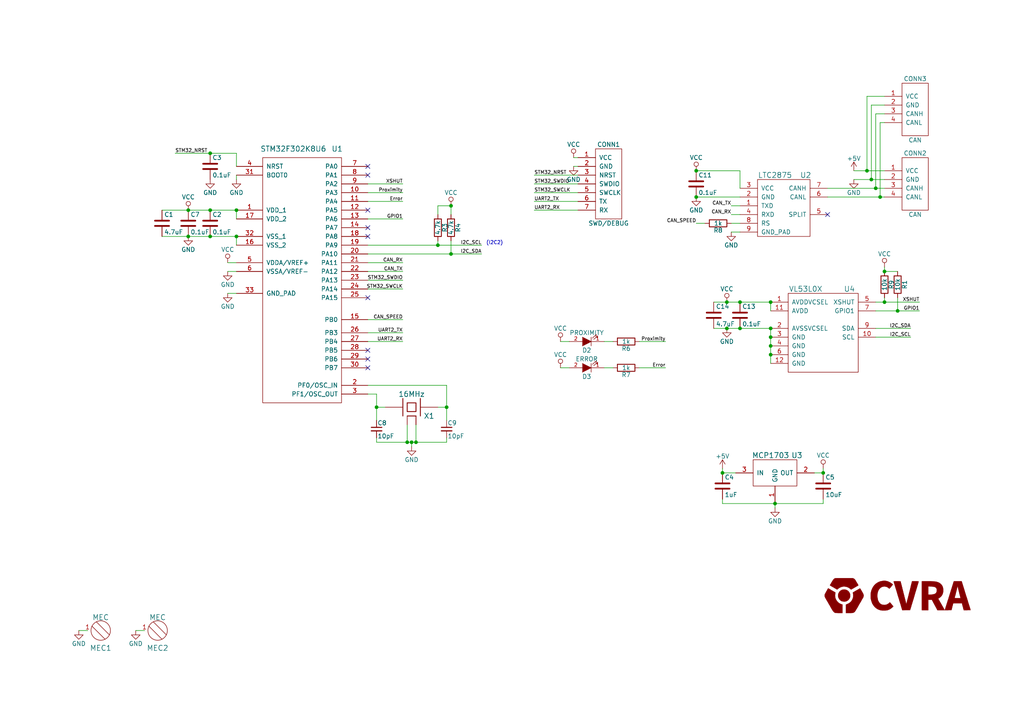
<source format=kicad_sch>
(kicad_sch (version 20230121) (generator eeschema)
  (paper "A4")
  (title_block (title "VL53L0X Time of flight sensor board") (date "Die 16 Jun 2015") (rev "A") (company "CVRA") (comment 1 "Designed by Salah-Eddine Missri & Michael Spieler"))
  (lib_symbols
    (symbol "tof-sensor-board-rescue:+5V" (power) (pin_names (offset 0))
      (property "Value" "+5V" (at 0 3.556 0))
      (symbol "+5V_0_1"
        (polyline (pts (xy -0.762 1.27) (xy 0 2.54)))
        (polyline (pts (xy 0 0) (xy 0 2.54)))
        (polyline (pts (xy 0 2.54) (xy 0.762 1.27)))
      )
      (symbol "+5V_1_1"
        (pin power_in line (at 0 0 90) (length 0) hide (name "+5V") (number "1"))
      )
    )
    (symbol "tof-sensor-board-rescue:C" (pin_numbers hide) (pin_names (offset 0.254))
      (property "Reference" "C" (at 0.635 2.54 0))
      (property "Value" "C" (at 0.635 -2.54 0))
      (symbol "C_0_1"
        (polyline (pts (xy -2.032 -0.762) (xy 2.032 -0.762)) (stroke (width 0.508)))
        (polyline (pts (xy -2.032 0.762) (xy 2.032 0.762)) (stroke (width 0.508)))
      )
      (symbol "C_1_1"
        (pin passive line (at 0 3.81 270) (length 2.794) (name "~") (number "1"))
        (pin passive line (at 0 -3.81 90) (length 2.794) (name "~") (number "2"))
      )
    )
    (symbol "tof-sensor-board-rescue:CAN" (pin_names (offset 1.016))
      (property "Reference" "CONN" (at 0 8.89 0))
      (property "Value" "CAN" (at 0 -8.89 0))
      (symbol "CAN_1_0"
        (rectangle (start -3.81 -7.62) (end 3.81 7.62))
      )
      (symbol "CAN_1_1"
        (pin power_in line (at -8.89 3.81 0) (length 5.08) (name "VCC") (number "1"))
        (pin power_in line (at -8.89 1.27 0) (length 5.08) (name "GND") (number "2"))
        (pin bidirectional line (at -8.89 -1.27 0) (length 5.08) (name "CANH") (number "3"))
        (pin bidirectional line (at -8.89 -3.81 0) (length 5.08) (name "CANL") (number "4"))
        (pin power_in line (at -11.43 -6.35 0) (length 7.62) hide (name "GND") (number "MECH"))
      )
    )
    (symbol "tof-sensor-board-rescue:CVRA_logo" (pin_names (offset 1.016))
      (symbol "CVRA_logo_0_0"
        (polyline (pts (xy -14.986 -1.7018) (xy -14.7066 -1.5748) (xy -14.3764 -1.3716) (xy -14.1224 -1.0922) (xy -13.9192 -0.762) (xy -13.843 -0.6096) (xy -13.8176 -0.508) (xy -13.7922 -0.381) (xy -13.7922 0.381) (xy -13.8176 0.4826) (xy -13.8684 0.5842) (xy -13.9192 0.7112) (xy -14.0716 0.9906) (xy -14.3256 1.2954) (xy -14.6304 1.4986) (xy -14.986 1.651) (xy -15.2908 1.7272) (xy -15.6718 1.7272) (xy -16.0274 1.6764) (xy -16.3576 1.524) (xy -16.6624 1.3208) (xy -16.9164 1.0414) (xy -17.0942 0.7112) (xy -17.145 0.635) (xy -17.2466 0.2794) (xy -17.272 -0.0762) (xy -17.2212 -0.4318) (xy -17.0942 -0.762) (xy -16.9164 -1.0668) (xy -16.6878 -1.3208) (xy -16.383 -1.5494) (xy -16.0528 -1.7018) (xy -15.9766 -1.7018) (xy -15.6464 -1.7526) (xy -15.3162 -1.7526) (xy -14.986 -1.7018)) (stroke (width 0.0254)) (fill (type outline)))
        (polyline (pts (xy -16.002 -2.6162) (xy -16.256 -2.5654) (xy -16.637 -2.413) (xy -17.018 -2.1844) (xy -17.3482 -1.905) (xy -17.6276 -1.5748) (xy -17.8562 -1.2192) (xy -18.034 -0.8128) (xy -18.1356 -0.381) (xy -18.161 0.0508) (xy -18.1102 0.4826) (xy -18.0594 0.7366) (xy -18.034 0.7874) (xy -18.034 0.8382) (xy -18.1102 0.889) (xy -18.2118 0.9652) (xy -18.3134 1.016) (xy -18.4912 1.1176) (xy -18.6944 1.2446) (xy -19.1516 1.4986) (xy -19.177 1.4986) (xy -19.4056 1.651) (xy -19.6088 1.778) (xy -19.7866 1.8796) (xy -19.939 1.9558) (xy -20.0152 2.0066) (xy -20.1422 2.0828) (xy -20.3454 1.7526) (xy -20.4216 1.6256) (xy -20.5232 1.397) (xy -20.6756 1.1684) (xy -20.7772 0.9652) (xy -20.8534 0.8382) (xy -20.9804 0.5842) (xy -21.082 0.4064) (xy -21.1328 0.254) (xy -21.1582 0.127) (xy -21.1582 -0.2032) (xy -21.1328 -0.3048) (xy -21.082 -0.4064) (xy -21.0312 -0.5334) (xy -20.955 -0.7112) (xy -20.828 -0.9144) (xy -20.701 -1.143) (xy -20.5232 -1.4732) (xy -20.2946 -1.8288) (xy -20.2438 -1.9304) (xy -20.0914 -2.1844) (xy -19.939 -2.4892) (xy -19.7358 -2.794) (xy -19.3802 -3.4544) (xy -19.2024 -3.7592) (xy -19.05 -4.0132) (xy -18.923 -4.2164) (xy -18.8214 -4.3942) (xy -18.5928 -4.6736) (xy -18.3896 -4.8768) (xy -18.161 -5.0038) (xy -18.0848 -5.0292) (xy -17.9578 -5.0546) (xy -17.6022 -5.0546) (xy -17.3228 -5.08) (xy -16.002 -5.08) (xy -16.002 -2.6162)) (stroke (width 0.0254)) (fill (type outline)))
        (polyline (pts (xy -13.2842 -5.0546) (xy -13.1318 -5.0546) (xy -13.0302 -5.0292) (xy -12.954 -5.0292) (xy -12.8524 -5.0038) (xy -12.7508 -4.9276) (xy -12.5984 -4.8514) (xy -12.446 -4.7244) (xy -12.319 -4.5466) (xy -12.1666 -4.318) (xy -11.9888 -4.0132) (xy -11.9634 -3.9624) (xy -11.811 -3.7338) (xy -11.6586 -3.4798) (xy -11.5316 -3.2512) (xy -11.43 -3.0734) (xy -11.3792 -2.9718) (xy -11.1252 -2.5146) (xy -10.8204 -2.0066) (xy -10.7188 -1.8542) (xy -10.5664 -1.5748) (xy -10.4394 -1.3208) (xy -10.3124 -1.0922) (xy -10.2108 -0.9398) (xy -10.1346 -0.8128) (xy -10.0076 -0.6096) (xy -9.9314 -0.4318) (xy -9.906 -0.3048) (xy -9.8806 -0.1524) (xy -9.8552 -0.0254) (xy -9.8806 0) (xy -9.8806 0.1778) (xy -9.906 0.254) (xy -9.9314 0.3556) (xy -9.9822 0.4826) (xy -10.0584 0.635) (xy -10.16 0.8128) (xy -10.287 1.0414) (xy -10.4648 1.3462) (xy -10.668 1.7018) (xy -10.7442 1.8034) (xy -10.8204 1.9304) (xy -10.8712 2.0066) (xy -10.8966 2.0574) (xy -10.9982 2.0066) (xy -11.0236 2.0066) (xy -11.1252 1.9304) (xy -11.2776 1.8542) (xy -11.4808 1.7272) (xy -11.7348 1.5748) (xy -11.9888 1.4478) (xy -12.4968 1.143) (xy -12.6746 1.0414) (xy -12.827 0.9652) (xy -12.954 0.8382) (xy -12.9794 0.762) (xy -12.954 0.6858) (xy -12.9286 0.5588) (xy -12.9032 0.3302) (xy -12.8778 -0.127) (xy -12.9286 -0.5842) (xy -13.0556 -0.9906) (xy -13.2588 -1.397) (xy -13.5128 -1.7526) (xy -13.843 -2.0574) (xy -14.224 -2.3114) (xy -14.6558 -2.5146) (xy -14.986 -2.6416) (xy -14.986 -5.08) (xy -13.462 -5.08) (xy -13.2842 -5.0546)) (stroke (width 0.0254)) (fill (type outline)))
        (polyline (pts (xy -13.2334 1.8796) (xy -12.8778 2.0828) (xy -12.7508 2.159) (xy -12.7 2.1844) (xy -12.573 2.2606) (xy -12.3952 2.3622) (xy -11.9888 2.6162) (xy -11.8618 2.667) (xy -11.684 2.7686) (xy -11.5316 2.8702) (xy -11.43 2.921) (xy -11.4046 2.9464) (xy -11.4046 2.9718) (xy -11.4554 3.0734) (xy -11.5316 3.2004) (xy -11.6586 3.4544) (xy -11.811 3.683) (xy -11.9634 3.937) (xy -12.0904 4.1656) (xy -12.192 4.3434) (xy -12.3444 4.572) (xy -12.5222 4.7498) (xy -12.6746 4.8768) (xy -12.8524 4.953) (xy -12.8778 4.9784) (xy -12.9286 4.9784) (xy -13.0048 5.0038) (xy -13.081 5.0038) (xy -13.1572 5.0292) (xy -17.7038 5.0292) (xy -17.8816 5.0038) (xy -18.034 5.0038) (xy -18.2372 4.953) (xy -18.3134 4.9022) (xy -18.3642 4.8768) (xy -18.4404 4.826) (xy -18.4912 4.7498) (xy -18.5166 4.7498) (xy -18.6182 4.6228) (xy -18.7452 4.4704) (xy -18.8468 4.318) (xy -18.9484 4.1148) (xy -19.1008 3.9116) (xy -19.2024 3.7084) (xy -19.304 3.5306) (xy -19.431 3.3274) (xy -19.5072 3.175) (xy -19.6342 2.9464) (xy -19.3294 2.7686) (xy -19.2786 2.7432) (xy -19.1262 2.6416) (xy -18.8976 2.5146) (xy -18.6436 2.3876) (xy -18.1356 2.0828) (xy -17.907 1.9558) (xy -17.7292 1.8288) (xy -17.5768 1.7526) (xy -17.526 1.7526) (xy -17.4498 1.8034) (xy -17.3482 1.8796) (xy -17.0434 2.1336) (xy -16.637 2.3622) (xy -16.2306 2.5146) (xy -15.7734 2.6162) (xy -15.3416 2.6162) (xy -14.9098 2.54) (xy -14.478 2.413) (xy -14.0716 2.1844) (xy -13.6906 1.905) (xy -13.5128 1.7272) (xy -13.2334 1.8796)) (stroke (width 0.0254)) (fill (type outline)))
        (polyline (pts (xy 8.89 -1.2192) (xy 9.9314 -1.2192) (xy 10.2362 -1.8034) (xy 10.2616 -1.8288) (xy 10.414 -2.159) (xy 10.5664 -2.413) (xy 10.7442 -2.7686) (xy 10.8966 -3.0226) (xy 11.0236 -3.2766) (xy 11.1252 -3.4544) (xy 11.2522 -3.683) (xy 11.5316 -4.2418) (xy 13.6398 -4.2418) (xy 13.589 -4.1402) (xy 13.5636 -4.1148) (xy 13.5382 -4.0386) (xy 13.462 -3.9116) (xy 13.3604 -3.7338) (xy 13.1064 -3.2766) (xy 13.0556 -3.2004) (xy 12.5984 -2.3876) (xy 12.3952 -2.032) (xy 12.2174 -1.7272) (xy 12.065 -1.4478) (xy 11.938 -1.2192) (xy 11.8364 -1.0668) (xy 11.7856 -0.9398) (xy 11.7602 -0.9144) (xy 11.811 -0.8636) (xy 11.9126 -0.8128) (xy 12.0396 -0.7366) (xy 12.319 -0.5334) (xy 12.6238 -0.254) (xy 12.8778 0.1016) (xy 13.0556 0.4572) (xy 13.1572 0.8382) (xy 13.1826 0.9398) (xy 13.208 1.2192) (xy 13.208 1.8796) (xy 13.1572 2.159) (xy 13.1572 2.2352) (xy 13.0302 2.6162) (xy 12.827 2.9972) (xy 12.5476 3.302) (xy 12.2174 3.5814) (xy 11.8364 3.7846) (xy 11.4046 3.937) (xy 11.2776 3.9624) (xy 11.1252 4.0132) (xy 10.9474 4.0386) (xy 10.7442 4.064) (xy 10.541 4.064) (xy 10.2616 4.0894) (xy 9.9568 4.0894) (xy 9.6012 4.1148) (xy 7.0358 4.1148) (xy 7.0358 0.254) (xy 8.89 0.254) (xy 8.89 2.6416) (xy 9.6266 2.6162) (xy 9.8298 2.6162) (xy 10.16 2.5908) (xy 10.4394 2.5654) (xy 10.668 2.5146) (xy 10.8458 2.4384) (xy 10.9982 2.3622) (xy 11.1252 2.2606) (xy 11.1252 2.2352) (xy 11.2776 2.032) (xy 11.3538 1.8034) (xy 11.3792 1.524) (xy 11.3538 1.2446) (xy 11.2776 0.9906) (xy 11.1506 0.7366) (xy 11.1252 0.7366) (xy 10.922 0.5334) (xy 10.668 0.4064) (xy 10.3378 0.3302) (xy 10.1854 0.3048) (xy 9.9568 0.2794) (xy 9.7028 0.254) (xy 8.89 0.254) (xy 7.0358 0.254) (xy 7.0358 -4.2418) (xy 8.89 -4.2418) (xy 8.89 -1.2192)) (stroke (width 0.0254)) (fill (type outline)))
        (polyline (pts (xy -3.3274 -4.318) (xy -3.175 -4.2926) (xy -3.048 -4.2926) (xy -2.794 -4.191) (xy -2.7432 -4.191) (xy -2.286 -3.9878) (xy -2.1082 -3.8862) (xy -2.0066 -3.81) (xy -1.8288 -3.683) (xy -1.524 -3.429) (xy -1.397 -3.302) (xy -1.2954 -3.2258) (xy -1.27 -3.175) (xy -1.2954 -3.1242) (xy -1.3462 -3.048) (xy -1.4478 -2.921) (xy -1.7526 -2.5654) (xy -2.1336 -2.1082) (xy -2.2098 -2.032) (xy -2.2352 -1.9812) (xy -2.286 -2.032) (xy -2.3622 -2.0828) (xy -2.4892 -2.1844) (xy -2.6416 -2.3368) (xy -2.8448 -2.4638) (xy -3.048 -2.5654) (xy -3.0734 -2.5654) (xy -3.2258 -2.6416) (xy -3.3782 -2.6924) (xy -3.5306 -2.7178) (xy -3.7592 -2.7432) (xy -3.8608 -2.7432) (xy -4.2672 -2.7178) (xy -4.6228 -2.6162) (xy -4.953 -2.4384) (xy -5.2324 -2.1844) (xy -5.461 -1.8542) (xy -5.6642 -1.4732) (xy -5.7658 -1.1176) (xy -5.842 -0.6604) (xy -5.8928 -0.1778) (xy -5.8674 0.3048) (xy -5.8166 0.762) (xy -5.6896 1.1938) (xy -5.5118 1.6002) (xy -5.2832 1.9304) (xy -5.0038 2.2098) (xy -4.699 2.413) (xy -4.3434 2.5654) (xy -3.937 2.6162) (xy -3.683 2.6162) (xy -3.4036 2.5654) (xy -3.1242 2.4892) (xy -2.8448 2.3368) (xy -2.54 2.1082) (xy -2.3876 1.9812) (xy -2.2606 2.1336) (xy -2.1336 2.2606) (xy -2.0066 2.413) (xy -1.8542 2.5908) (xy -1.7272 2.7686) (xy -1.6002 2.921) (xy -1.4986 3.048) (xy -1.4224 3.1496) (xy -1.397 3.175) (xy -1.6002 3.3782) (xy -1.7526 3.5052) (xy -1.9304 3.6068) (xy -2.0828 3.7338) (xy -2.3368 3.8608) (xy -2.8194 4.0894) (xy -3.3274 4.2164) (xy -3.8608 4.2672) (xy -4.3942 4.2164) (xy -4.953 4.1148) (xy -5.4356 3.937) (xy -5.9182 3.683) (xy -6.3754 3.3528) (xy -6.7564 2.9718) (xy -7.0866 2.54) (xy -7.366 2.032) (xy -7.5946 1.4732) (xy -7.747 0.889) (xy -7.747 0.8128) (xy -7.7724 0.5842) (xy -7.7978 0.3302) (xy -7.7978 -0.5842) (xy -7.7724 -0.8382) (xy -7.747 -1.0414) (xy -7.7216 -1.1684) (xy -7.5438 -1.778) (xy -7.3406 -2.3368) (xy -7.0358 -2.8194) (xy -6.7056 -3.2512) (xy -6.3246 -3.6068) (xy -5.8674 -3.9116) (xy -5.3848 -4.1402) (xy -4.826 -4.2926) (xy -4.6736 -4.318) (xy -4.4704 -4.3434) (xy -3.5052 -4.3434) (xy -3.3274 -4.318)) (stroke (width 0.0254)) (fill (type outline)))
        (polyline (pts (xy 2.4892 -4.2164) (xy 3.6068 -4.2164) (xy 3.7846 -3.6576) (xy 3.8608 -3.4036) (xy 3.9624 -3.0988) (xy 4.0386 -2.7686) (xy 4.1656 -2.413) (xy 4.2672 -2.032) (xy 4.3434 -1.8288) (xy 4.4196 -1.5494) (xy 4.5212 -1.2446) (xy 4.6228 -0.9144) (xy 4.699 -0.6096) (xy 4.8006 -0.3048) (xy 4.8768 -0.0508) (xy 4.9276 0.1778) (xy 4.9784 0.3302) (xy 5.0038 0.4318) (xy 5.08 0.6604) (xy 5.1308 0.8636) (xy 5.207 1.1176) (xy 5.3086 1.397) (xy 5.3848 1.7018) (xy 5.5626 2.2352) (xy 5.6388 2.54) (xy 5.715 2.7686) (xy 5.7658 2.9718) (xy 5.8166 3.1242) (xy 5.8928 3.3274) (xy 5.9436 3.556) (xy 5.9944 3.7338) (xy 6.0452 3.8608) (xy 6.0706 3.9878) (xy 6.096 4.064) (xy 6.0706 4.064) (xy 5.9944 4.0894) (xy 5.8928 4.0894) (xy 5.715 4.1148) (xy 4.191 4.1148) (xy 3.8862 2.921) (xy 3.8354 2.7178) (xy 3.7592 2.3622) (xy 3.6576 1.9558) (xy 3.556 1.524) (xy 3.302 0.5588) (xy 3.2004 0.1016) (xy 3.0734 -0.3556) (xy 3.048 -0.4826) (xy 2.9464 -0.889) (xy 2.8448 -1.2446) (xy 2.7686 -1.5748) (xy 2.6924 -1.8796) (xy 2.6162 -2.1082) (xy 2.5908 -2.286) (xy 2.54 -2.413) (xy 2.54 -2.4384) (xy 2.5146 -2.4384) (xy 2.4892 -2.3622) (xy 2.4384 -2.2606) (xy 2.413 -2.0828) (xy 2.3368 -1.8542) (xy 2.286 -1.5748) (xy 2.0574 -0.7366) (xy 2.0066 -0.508) (xy 1.9304 -0.2286) (xy 1.8542 0.1016) (xy 1.778 0.4064) (xy 1.7018 0.6604) (xy 1.651 0.889) (xy 1.5748 1.1938) (xy 1.4986 1.524) (xy 1.397 1.8796) (xy 1.3208 2.2352) (xy 1.2192 2.5908) (xy 1.143 2.921) (xy 1.0668 3.2258) (xy 0.9906 3.5052) (xy 0.9144 3.7338) (xy 0.889 3.9116) (xy 0.8636 4.0386) (xy 0.8382 4.0894) (xy 0.5842 4.0894) (xy 0.381 4.1148) (xy -0.8128 4.1148) (xy -0.9906 4.0894) (xy -1.143 4.0894) (xy -1.143 4.064) (xy -1.1176 3.9624) (xy -1.0668 3.81) (xy -0.9652 3.4544) (xy -0.889 3.2004) (xy -0.7874 2.8702) (xy -0.6858 2.5146) (xy -0.5588 2.0828) (xy -0.4064 1.6256) (xy -0.254 1.1176) (xy 0.0508 0.0508) (xy 0.4064 -1.0668) (xy 0.5588 -1.6256) (xy 0.635 -1.8288) (xy 0.7366 -2.2098) (xy 0.8636 -2.5654) (xy 0.9652 -2.921) (xy 1.0414 -3.2258) (xy 1.1176 -3.4798) (xy 1.1938 -3.683) (xy 1.2192 -3.81) (xy 1.3462 -4.2418) (xy 2.4892 -4.2164)) (stroke (width 0.0254)) (fill (type outline)))
        (polyline (pts (xy 14.8082 -4.2164) (xy 15.621 -4.2164) (xy 15.621 -4.1656) (xy 15.6464 -4.064) (xy 15.6972 -3.9116) (xy 15.748 -3.7084) (xy 15.7988 -3.4798) (xy 15.8496 -3.2258) (xy 15.9258 -2.9972) (xy 15.9766 -2.7686) (xy 16.0274 -2.5908) (xy 16.0782 -2.4638) (xy 16.0782 -2.3876) (xy 16.129 -2.2352) (xy 18.669 -2.2352) (xy 18.6944 -2.3622) (xy 18.7198 -2.4384) (xy 18.7452 -2.5908) (xy 18.8468 -2.9972) (xy 18.8468 -3.0226) (xy 18.923 -3.2258) (xy 18.9738 -3.429) (xy 18.9992 -3.556) (xy 19.0246 -3.6576) (xy 19.0246 -3.7084) (xy 19.1262 -4.0132) (xy 19.177 -4.2418) (xy 20.1676 -4.2418) (xy 20.3454 -4.2164) (xy 21.1582 -4.2164) (xy 21.1328 -4.1656) (xy 21.1074 -4.0386) (xy 21.0566 -3.8862) (xy 21.0312 -3.8354) (xy 20.9804 -3.6322) (xy 20.9042 -3.3782) (xy 20.8026 -3.0734) (xy 20.701 -2.7432) (xy 20.447 -1.9812) (xy 20.3454 -1.5748) (xy 20.2184 -1.1938) (xy 20.1168 -0.8382) (xy 20.0152 -0.5334) (xy 19.9136 -0.254) (xy 19.8882 -0.1524) (xy 19.812 0.0508) (xy 19.7358 0.3302) (xy 19.6342 0.6604) (xy 19.5072 1.0414) (xy 19.4056 1.4224) (xy 19.1516 2.2352) (xy 18.5674 4.1148) (xy 16.3068 4.1148) (xy 16.1036 3.5052) (xy 16.0274 3.2258) (xy 15.9258 2.921) (xy 15.8242 2.5908) (xy 15.748 2.3368) (xy 15.7226 2.2606) (xy 15.6718 2.0574) (xy 15.5956 1.8796) (xy 15.5702 1.7272) (xy 15.5448 1.651) (xy 15.5194 1.651) (xy 15.494 1.5494) (xy 15.4432 1.397) (xy 15.3924 1.1938) (xy 15.24 0.7366) (xy 15.1638 0.4572) (xy 15.0622 0.1778) (xy 15.0114 -0.0508) (xy 14.9098 -0.3556) (xy 14.8082 -0.635) (xy 14.8082 -0.7112) (xy 16.51 -0.7112) (xy 16.51 -0.6858) (xy 16.5862 -0.4318) (xy 16.6624 -0.127) (xy 16.764 0.1778) (xy 16.8402 0.5588) (xy 16.9418 0.9652) (xy 17.0688 1.4478) (xy 17.1958 1.9812) (xy 17.3228 2.5908) (xy 17.3482 2.6416) (xy 17.399 2.6416) (xy 17.399 2.6162) (xy 17.4244 2.5908) (xy 17.4498 2.54) (xy 17.4752 2.4384) (xy 17.5006 2.3114) (xy 17.5514 2.1336) (xy 17.6022 1.8796) (xy 17.6784 1.5748) (xy 17.78 1.1938) (xy 17.8054 1.0922) (xy 17.8562 0.8382) (xy 18.0086 0.2286) (xy 18.0848 -0.0508) (xy 18.2626 -0.762) (xy 16.8148 -0.762) (xy 16.6624 -0.7366) (xy 16.5354 -0.7366) (xy 16.51 -0.7112) (xy 14.8082 -0.7112) (xy 14.6558 -1.1938) (xy 14.605 -1.2954) (xy 14.5034 -1.6002) (xy 14.4272 -1.8796) (xy 14.351 -2.1336) (xy 14.2748 -2.3368) (xy 14.1224 -2.8448) (xy 13.9954 -3.2512) (xy 13.8938 -3.5814) (xy 13.8176 -3.8354) (xy 13.7668 -4.0132) (xy 13.7414 -4.1148) (xy 13.6906 -4.2418) (xy 14.6558 -4.2418) (xy 14.8082 -4.2164)) (stroke (width 0.0254)) (fill (type outline)))
      )
    )
    (symbol "tof-sensor-board-rescue:C_Small" (pin_numbers hide) (pin_names (offset 0.254) hide)
      (property "Reference" "C" (at 0.254 1.778 0))
      (property "Value" "C_Small" (at 0.254 -2.032 0))
      (symbol "C_Small_0_1"
        (polyline (pts (xy -1.524 -0.508) (xy 1.524 -0.508)) (stroke (width 0.3302)))
        (polyline (pts (xy -1.524 0.508) (xy 1.524 0.508)) (stroke (width 0.3048)))
      )
      (symbol "C_Small_1_1"
        (pin passive line (at 0 2.54 270) (length 1.905) (name "~") (number "1"))
        (pin passive line (at 0 -2.54 90) (length 2.032) (name "~") (number "2"))
      )
    )
    (symbol "tof-sensor-board-rescue:GND" (power) (pin_names (offset 0))
      (property "Value" "GND" (at 0 -3.81 0))
      (symbol "GND_0_1"
        (polyline (pts (xy 0 0) (xy 0 -1.27) (xy 1.27 -1.27) (xy 0 -2.54) (xy -1.27 -1.27) (xy 0 -1.27)))
      )
      (symbol "GND_1_1"
        (pin power_in line (at 0 0 270) (length 0) hide (name "GND") (number "1"))
      )
    )
    (symbol "tof-sensor-board-rescue:LED" (pin_names (offset 1.016) hide)
      (property "Reference" "D" (at 0 2.54 0))
      (property "Value" "LED" (at 0 -2.54 0))
      (symbol "LED_0_1"
        (polyline (pts (xy -1.27 1.27) (xy -1.27 -1.27)))
        (polyline (pts (xy -2.032 -0.635) (xy -3.175 -1.651) (xy -3.048 -1.016)))
        (polyline (pts (xy -1.651 -1.016) (xy -2.794 -2.032) (xy -2.667 -1.397)))
        (polyline (pts (xy 1.27 1.27) (xy -1.27 0) (xy 1.27 -1.27)) (fill (type outline)))
      )
      (symbol "LED_1_1"
        (pin passive line (at -5.08 0 0) (length 3.81) (name "K") (number "1"))
        (pin passive line (at 5.08 0 180) (length 3.81) (name "A") (number "2"))
      )
    )
    (symbol "tof-sensor-board-rescue:LTC2875" (pin_names (offset 1.016))
      (property "Reference" "U" (at 6.35 7.62 0))
      (property "Value" "LTC2875" (at -2.54 7.62 0))
      (symbol "LTC2875_0_1"
        (rectangle (start -7.62 6.35) (end 7.62 -10.16))
      )
      (symbol "LTC2875_1_1"
        (pin input line (at -12.7 -1.27 0) (length 5.08) (name "TXD") (number "1"))
        (pin power_in line (at -12.7 1.27 0) (length 5.08) (name "GND") (number "2"))
        (pin power_in line (at -12.7 3.81 0) (length 5.08) (name "VCC") (number "3"))
        (pin output line (at -12.7 -3.81 0) (length 5.08) (name "RXD") (number "4"))
        (pin passive line (at 12.7 -3.81 180) (length 5.08) (name "SPLIT") (number "5"))
        (pin bidirectional line (at 12.7 1.27 180) (length 5.08) (name "CANL") (number "6"))
        (pin bidirectional line (at 12.7 3.81 180) (length 5.08) (name "CANH") (number "7"))
        (pin input line (at -12.7 -6.35 0) (length 5.08) (name "RS") (number "8"))
        (pin power_in line (at -12.7 -8.89 0) (length 5.08) (name "GND_PAD") (number "9"))
      )
    )
    (symbol "tof-sensor-board-rescue:MCP1703" (pin_names (offset 1.016))
      (property "Reference" "U" (at 6.35 5.08 0))
      (property "Value" "MCP1703" (at -1.27 5.08 0))
      (symbol "MCP1703_0_1"
        (rectangle (start -6.35 3.81) (end 6.35 -3.81))
      )
      (symbol "MCP1703_1_1"
        (pin power_in line (at 0 -8.89 90) (length 5.08) (name "GND") (number "1"))
        (pin power_in line (at 11.43 0 180) (length 5.08) (name "OUT") (number "2"))
        (pin power_in line (at -11.43 0 0) (length 5.08) (name "IN") (number "3"))
      )
    )
    (symbol "tof-sensor-board-rescue:MEC" (pin_names (offset 1.016))
      (property "Reference" "MEC" (at 0 -5.08 0))
      (property "Value" "MEC" (at 0 3.81 0))
      (symbol "MEC_0_1"
        (polyline (pts (xy 1.27 -2.54) (xy -2.54 1.27)))
        (polyline (pts (xy 2.54 -1.27) (xy -1.27 2.54)))
        (circle (center 0 0) (radius 2.8194))
      )
      (symbol "MEC_1_1"
        (pin input line (at -3.81 0 0) (length 0) (name "~") (number "1"))
      )
    )
    (symbol "tof-sensor-board-rescue:R" (pin_numbers hide) (pin_names (offset 0))
      (property "Reference" "R" (at 2.032 0 90))
      (property "Value" "R" (at 0 0 90))
      (symbol "R_0_1"
        (rectangle (start -1.016 -2.54) (end 1.016 2.54) (stroke (width 0.254)))
      )
      (symbol "R_1_1"
        (pin passive line (at 0 3.81 270) (length 1.27) (name "~") (number "1"))
        (pin passive line (at 0 -3.81 90) (length 1.27) (name "~") (number "2"))
      )
    )
    (symbol "tof-sensor-board-rescue:STM32F302K8U6" (pin_names (offset 1.016))
      (property "Reference" "U" (at 10.16 39.37 0))
      (property "Value" "STM32F302K8U6" (at -2.54 39.37 0))
      (symbol "STM32F302K8U6_0_1"
        (rectangle (start -11.43 36.83) (end 11.43 -34.29))
      )
      (symbol "STM32F302K8U6_1_1"
        (pin bidirectional line (at -19.05 21.59 0) (length 7.62) (name "VDD_1") (number "1"))
        (pin bidirectional line (at 19.05 26.67 180) (length 7.62) (name "PA3") (number "10"))
        (pin bidirectional line (at 19.05 24.13 180) (length 7.62) (name "PA4") (number "11"))
        (pin bidirectional line (at 19.05 21.59 180) (length 7.62) (name "PA5") (number "12"))
        (pin bidirectional line (at 19.05 19.05 180) (length 7.62) (name "PA6") (number "13"))
        (pin bidirectional line (at 19.05 16.51 180) (length 7.62) (name "PA7") (number "14"))
        (pin bidirectional line (at 19.05 -10.16 180) (length 7.62) (name "PB0") (number "15"))
        (pin bidirectional line (at -19.05 11.43 0) (length 7.62) (name "VSS_2") (number "16"))
        (pin bidirectional line (at -19.05 19.05 0) (length 7.62) (name "VDD_2") (number "17"))
        (pin bidirectional line (at 19.05 13.97 180) (length 7.62) (name "PA8") (number "18"))
        (pin bidirectional line (at 19.05 11.43 180) (length 7.62) (name "PA9") (number "19"))
        (pin bidirectional line (at 19.05 -29.21 180) (length 7.62) (name "PF0/OSC_IN") (number "2"))
        (pin bidirectional line (at 19.05 8.89 180) (length 7.62) (name "PA10") (number "20"))
        (pin bidirectional line (at 19.05 6.35 180) (length 7.62) (name "PA11") (number "21"))
        (pin bidirectional line (at 19.05 3.81 180) (length 7.62) (name "PA12") (number "22"))
        (pin bidirectional line (at 19.05 1.27 180) (length 7.62) (name "PA13") (number "23"))
        (pin bidirectional line (at 19.05 -1.27 180) (length 7.62) (name "PA14") (number "24"))
        (pin bidirectional line (at 19.05 -3.81 180) (length 7.62) (name "PA15") (number "25"))
        (pin bidirectional line (at 19.05 -13.97 180) (length 7.62) (name "PB3") (number "26"))
        (pin bidirectional line (at 19.05 -16.51 180) (length 7.62) (name "PB4") (number "27"))
        (pin bidirectional line (at 19.05 -19.05 180) (length 7.62) (name "PB5") (number "28"))
        (pin bidirectional line (at 19.05 -21.59 180) (length 7.62) (name "PB6") (number "29"))
        (pin bidirectional line (at 19.05 -31.75 180) (length 7.62) (name "PF1/OSC_OUT") (number "3"))
        (pin bidirectional line (at 19.05 -24.13 180) (length 7.62) (name "PB7") (number "30"))
        (pin bidirectional line (at -19.05 31.75 0) (length 7.62) (name "BOOT0") (number "31"))
        (pin bidirectional line (at -19.05 13.97 0) (length 7.62) (name "VSS_1") (number "32"))
        (pin power_in line (at -19.05 -2.54 0) (length 7.62) (name "GND_PAD") (number "33"))
        (pin bidirectional line (at -19.05 34.29 0) (length 7.62) (name "NRST") (number "4"))
        (pin bidirectional line (at -19.05 6.35 0) (length 7.62) (name "VDDA/VREF+") (number "5"))
        (pin bidirectional line (at -19.05 3.81 0) (length 7.62) (name "VSSA/VREF-") (number "6"))
        (pin bidirectional line (at 19.05 34.29 180) (length 7.62) (name "PA0") (number "7"))
        (pin bidirectional line (at 19.05 31.75 180) (length 7.62) (name "PA1") (number "8"))
        (pin bidirectional line (at 19.05 29.21 180) (length 7.62) (name "PA2") (number "9"))
      )
    )
    (symbol "tof-sensor-board-rescue:SWD/DEBUG" (pin_names (offset 1.016))
      (property "Reference" "CONN" (at 0 11.43 0))
      (property "Value" "SWD/DEBUG" (at 0 -11.43 0))
      (symbol "SWD/DEBUG_1_0"
        (rectangle (start -3.81 -10.16) (end 3.81 10.16))
      )
      (symbol "SWD/DEBUG_1_1"
        (pin power_in line (at -8.89 7.62 0) (length 5.08) (name "VCC") (number "1"))
        (pin power_in line (at -8.89 5.08 0) (length 5.08) (name "GND") (number "2"))
        (pin output line (at -8.89 2.54 0) (length 5.08) (name "NRST") (number "3"))
        (pin bidirectional line (at -8.89 0 0) (length 5.08) (name "SWDIO") (number "4"))
        (pin output line (at -8.89 -2.54 0) (length 5.08) (name "SWCLK") (number "5"))
        (pin input line (at -8.89 -5.08 0) (length 5.08) (name "TX") (number "6"))
        (pin output line (at -8.89 -7.62 0) (length 5.08) (name "RX") (number "7"))
        (pin power_in line (at -11.43 -5.08 0) (length 7.62) hide (name "GND") (number "MECH"))
      )
    )
    (symbol "tof-sensor-board-rescue:VCC" (power) (pin_names (offset 0))
      (property "Value" "VCC" (at 0 3.81 0))
      (symbol "VCC_0_1"
        (polyline (pts (xy 0 0) (xy 0 1.27)))
        (circle (center 0 1.905) (radius 0.635))
      )
      (symbol "VCC_1_1"
        (pin power_in line (at 0 0 90) (length 0) hide (name "VCC") (number "1"))
      )
    )
    (symbol "tof-sensor-board-rescue:VL53L0X" (pin_names (offset 1.016))
      (property "Reference" "U" (at 7.62 13.97 0))
      (property "Value" "VL53L0X" (at -5.08 13.97 0))
      (symbol "VL53L0X_0_1"
        (rectangle (start -10.16 12.7) (end 10.16 -10.16))
      )
      (symbol "VL53L0X_1_1"
        (pin input line (at -15.24 10.16 0) (length 5.08) (name "AVDDVCSEL") (number "1"))
        (pin input line (at 15.24 0 180) (length 5.08) (name "SCL") (number "10"))
        (pin input line (at -15.24 7.62 0) (length 5.08) (name "AVDD") (number "11"))
        (pin input line (at -15.24 -7.62 0) (length 5.08) (name "GND") (number "12"))
        (pin input line (at -15.24 2.54 0) (length 5.08) (name "AVSSVCSEL") (number "2"))
        (pin input line (at -15.24 0 0) (length 5.08) (name "GND") (number "3"))
        (pin input line (at -15.24 -2.54 0) (length 5.08) (name "GND") (number "4"))
        (pin input line (at 15.24 10.16 180) (length 5.08) (name "XSHUT") (number "5"))
        (pin input line (at -15.24 -5.08 0) (length 5.08) (name "GND") (number "6"))
        (pin input line (at 15.24 7.62 180) (length 5.08) (name "GPIO1") (number "7"))
        (pin input line (at 15.24 -5.08 180) (length 5.08) hide (name "DNC") (number "8"))
        (pin input line (at 15.24 2.54 180) (length 5.08) (name "SDA") (number "9"))
      )
    )
    (symbol "tof-sensor-board-rescue:XTAL-SMD-4-PADS" (pin_numbers hide) (pin_names (offset 1.016) hide)
      (property "Reference" "X" (at 0 5.08 0))
      (property "Value" "XTAL-SMD-4-PADS" (at 0 7.62 0))
      (symbol "XTAL-SMD-4-PADS_0_1"
        (rectangle (start -1.27 1.27) (end 1.27 -1.27) (stroke (width 0.254)))
        (polyline (pts (xy -2.54 2.54) (xy -2.54 -2.54)) (stroke (width 0.254)))
        (polyline (pts (xy -1.27 -2.54) (xy 1.27 -2.54)) (stroke (width 0.254)))
        (polyline (pts (xy 2.54 -2.54) (xy 2.54 2.54)) (stroke (width 0.254)))
      )
      (symbol "XTAL-SMD-4-PADS_1_1"
        (pin input line (at -7.62 0 0) (length 5.08) (name "~") (number "1"))
        (pin input line (at -1.27 -5.08 90) (length 2.54) (name "case") (number "2"))
        (pin input line (at 7.62 0 180) (length 5.08) (name "~") (number "3"))
        (pin input line (at 1.27 -5.08 90) (length 2.54) (name "case") (number "4"))
      )
    )
  )
  (junction (at 256.54 87.63))
  (junction (at 68.58 68.58))
  (junction (at 223.52 95.25))
  (junction (at 130.81 59.69))
  (junction (at 260.35 90.17))
  (junction (at 120.65 128.27))
  (junction (at 60.96 44.45))
  (junction (at 223.52 97.79))
  (junction (at 256.54 78.74))
  (junction (at 252.73 52.07))
  (junction (at 127 71.12))
  (junction (at 254 54.61))
  (junction (at 119.38 128.27))
  (junction (at 210.82 87.63))
  (junction (at 210.82 95.25))
  (junction (at 118.11 128.27))
  (junction (at 54.61 60.96))
  (junction (at 223.52 102.87))
  (junction (at 60.96 68.58))
  (junction (at 60.96 60.96))
  (junction (at 209.55 137.16))
  (junction (at 251.46 49.53))
  (junction (at 109.22 118.11))
  (junction (at 223.52 100.33))
  (junction (at 130.81 73.66))
  (junction (at 214.63 95.25))
  (junction (at 223.52 87.63))
  (junction (at 68.58 60.96))
  (junction (at 201.93 57.15))
  (junction (at 54.61 68.58))
  (junction (at 201.93 49.53))
  (junction (at 214.63 87.63))
  (junction (at 129.54 118.11))
  (junction (at 255.27 57.15))
  (junction (at 238.76 137.16))
  (junction (at 224.79 146.05))
  (no_connect (at 106.68 101.6))
  (no_connect (at 106.68 104.14))
  (no_connect (at 106.68 106.68))
  (no_connect (at 106.68 60.96))
  (no_connect (at 106.68 68.58))
  (no_connect (at 106.68 48.26))
  (no_connect (at 106.68 66.04))
  (no_connect (at 106.68 50.8))
  (no_connect (at 240.03 62.23))
  (no_connect (at 106.68 86.36))
  (wire (pts (xy 201.93 64.77) (xy 204.47 64.77)))
  (wire (pts (xy 50.8 44.45) (xy 60.96 44.45)))
  (wire (pts (xy 109.22 128.27) (xy 109.22 127)))
  (wire (pts (xy 238.76 146.05) (xy 238.76 144.78)))
  (wire (pts (xy 256.54 30.48) (xy 252.73 30.48)))
  (wire (pts (xy 214.63 87.63) (xy 223.52 87.63)))
  (wire (pts (xy 256.54 87.63) (xy 266.7 87.63)))
  (wire (pts (xy 254 54.61) (xy 256.54 54.61)))
  (wire (pts (xy 201.93 57.15) (xy 214.63 57.15)))
  (wire (pts (xy 106.68 58.42) (xy 116.84 58.42)))
  (wire (pts (xy 167.64 60.96) (xy 154.94 60.96)))
  (wire (pts (xy 212.09 62.23) (xy 214.63 62.23)))
  (wire (pts (xy 154.94 50.8) (xy 167.64 50.8)))
  (wire (pts (xy 247.65 52.07) (xy 252.73 52.07)))
  (wire (pts (xy 111.76 118.11) (xy 109.22 118.11)))
  (wire (pts (xy 209.55 144.78) (xy 209.55 146.05)))
  (wire (pts (xy 223.52 102.87) (xy 223.52 105.41)))
  (wire (pts (xy 116.84 53.34) (xy 106.68 53.34)))
  (wire (pts (xy 154.94 58.42) (xy 167.64 58.42)))
  (wire (pts (xy 46.99 68.58) (xy 54.61 68.58)))
  (wire (pts (xy 106.68 63.5) (xy 116.84 63.5)))
  (wire (pts (xy 119.38 128.27) (xy 120.65 128.27)))
  (wire (pts (xy 260.35 90.17) (xy 266.7 90.17)))
  (wire (pts (xy 68.58 44.45) (xy 68.58 48.26)))
  (wire (pts (xy 129.54 111.76) (xy 129.54 118.11)))
  (wire (pts (xy 209.55 137.16) (xy 213.36 137.16)))
  (wire (pts (xy 252.73 30.48) (xy 252.73 52.07)))
  (wire (pts (xy 127 71.12) (xy 127 69.85)))
  (wire (pts (xy 127 118.11) (xy 129.54 118.11)))
  (wire (pts (xy 185.42 99.06) (xy 193.04 99.06)))
  (wire (pts (xy 240.03 57.15) (xy 255.27 57.15)))
  (wire (pts (xy 209.55 135.89) (xy 209.55 137.16)))
  (wire (pts (xy 120.65 128.27) (xy 129.54 128.27)))
  (wire (pts (xy 177.8 106.68) (xy 175.26 106.68)))
  (wire (pts (xy 207.01 87.63) (xy 210.82 87.63)))
  (wire (pts (xy 127 59.69) (xy 127 62.23)))
  (wire (pts (xy 209.55 146.05) (xy 224.79 146.05)))
  (wire (pts (xy 109.22 128.27) (xy 118.11 128.27)))
  (wire (pts (xy 54.61 68.58) (xy 60.96 68.58)))
  (wire (pts (xy 212.09 64.77) (xy 214.63 64.77)))
  (wire (pts (xy 256.54 86.36) (xy 256.54 87.63)))
  (wire (pts (xy 201.93 49.53) (xy 214.63 49.53)))
  (wire (pts (xy 109.22 114.3) (xy 106.68 114.3)))
  (wire (pts (xy 175.26 99.06) (xy 177.8 99.06)))
  (wire (pts (xy 106.68 92.71) (xy 116.84 92.71)))
  (wire (pts (xy 68.58 60.96) (xy 68.58 63.5)))
  (wire (pts (xy 106.68 83.82) (xy 116.84 83.82)))
  (wire (pts (xy 130.81 59.69) (xy 130.81 62.23)))
  (wire (pts (xy 252.73 52.07) (xy 256.54 52.07)))
  (wire (pts (xy 60.96 44.45) (xy 68.58 44.45)))
  (wire (pts (xy 116.84 81.28) (xy 106.68 81.28)))
  (wire (pts (xy 162.56 99.06) (xy 165.1 99.06)))
  (wire (pts (xy 127 71.12) (xy 139.7 71.12)))
  (wire (pts (xy 256.54 35.56) (xy 255.27 35.56)))
  (wire (pts (xy 106.68 111.76) (xy 129.54 111.76)))
  (wire (pts (xy 247.65 49.53) (xy 251.46 49.53)))
  (wire (pts (xy 223.52 97.79) (xy 223.52 100.33)))
  (wire (pts (xy 68.58 68.58) (xy 68.58 71.12)))
  (wire (pts (xy 256.54 78.74) (xy 256.54 77.47)))
  (wire (pts (xy 223.52 100.33) (xy 223.52 102.87)))
  (wire (pts (xy 223.52 87.63) (xy 223.52 90.17)))
  (wire (pts (xy 238.76 137.16) (xy 238.76 135.89)))
  (wire (pts (xy 119.38 128.27) (xy 119.38 129.54)))
  (wire (pts (xy 166.37 48.26) (xy 167.64 48.26)))
  (wire (pts (xy 251.46 49.53) (xy 256.54 49.53)))
  (wire (pts (xy 256.54 27.94) (xy 251.46 27.94)))
  (wire (pts (xy 54.61 60.96) (xy 60.96 60.96)))
  (wire (pts (xy 116.84 99.06) (xy 106.68 99.06)))
  (wire (pts (xy 255.27 57.15) (xy 256.54 57.15)))
  (wire (pts (xy 256.54 33.02) (xy 254 33.02)))
  (wire (pts (xy 60.96 68.58) (xy 68.58 68.58)))
  (wire (pts (xy 166.37 45.72) (xy 167.64 45.72)))
  (wire (pts (xy 118.11 128.27) (xy 119.38 128.27)))
  (wire (pts (xy 223.52 95.25) (xy 223.52 97.79)))
  (wire (pts (xy 39.37 182.88) (xy 41.91 182.88)))
  (wire (pts (xy 260.35 86.36) (xy 260.35 90.17)))
  (wire (pts (xy 240.03 54.61) (xy 254 54.61)))
  (wire (pts (xy 120.65 123.19) (xy 120.65 128.27)))
  (wire (pts (xy 116.84 55.88) (xy 106.68 55.88)))
  (wire (pts (xy 22.86 182.88) (xy 25.4 182.88)))
  (wire (pts (xy 264.16 95.25) (xy 254 95.25)))
  (wire (pts (xy 106.68 71.12) (xy 127 71.12)))
  (wire (pts (xy 106.68 96.52) (xy 116.84 96.52)))
  (wire (pts (xy 66.04 78.74) (xy 68.58 78.74)))
  (wire (pts (xy 162.56 106.68) (xy 165.1 106.68)))
  (wire (pts (xy 214.63 95.25) (xy 223.52 95.25)))
  (wire (pts (xy 193.04 106.68) (xy 185.42 106.68)))
  (wire (pts (xy 224.79 147.32) (xy 224.79 146.05)))
  (wire (pts (xy 251.46 27.94) (xy 251.46 49.53)))
  (wire (pts (xy 66.04 76.2) (xy 68.58 76.2)))
  (wire (pts (xy 210.82 95.25) (xy 214.63 95.25)))
  (wire (pts (xy 129.54 128.27) (xy 129.54 127)))
  (wire (pts (xy 254 90.17) (xy 260.35 90.17)))
  (wire (pts (xy 116.84 78.74) (xy 106.68 78.74)))
  (wire (pts (xy 260.35 78.74) (xy 256.54 78.74)))
  (wire (pts (xy 60.96 60.96) (xy 68.58 60.96)))
  (wire (pts (xy 236.22 137.16) (xy 238.76 137.16)))
  (wire (pts (xy 254 97.79) (xy 264.16 97.79)))
  (wire (pts (xy 210.82 87.63) (xy 214.63 87.63)))
  (wire (pts (xy 130.81 73.66) (xy 130.81 69.85)))
  (wire (pts (xy 66.04 85.09) (xy 68.58 85.09)))
  (wire (pts (xy 154.94 55.88) (xy 167.64 55.88)))
  (wire (pts (xy 129.54 118.11) (xy 129.54 121.92)))
  (wire (pts (xy 167.64 53.34) (xy 154.94 53.34)))
  (wire (pts (xy 68.58 52.07) (xy 68.58 50.8)))
  (wire (pts (xy 254 87.63) (xy 256.54 87.63)))
  (wire (pts (xy 207.01 95.25) (xy 210.82 95.25)))
  (wire (pts (xy 118.11 123.19) (xy 118.11 128.27)))
  (wire (pts (xy 109.22 114.3) (xy 109.22 118.11)))
  (wire (pts (xy 46.99 60.96) (xy 54.61 60.96)))
  (wire (pts (xy 109.22 118.11) (xy 109.22 121.92)))
  (wire (pts (xy 212.09 59.69) (xy 214.63 59.69)))
  (wire (pts (xy 255.27 35.56) (xy 255.27 57.15)))
  (wire (pts (xy 214.63 49.53) (xy 214.63 54.61)))
  (wire (pts (xy 130.81 73.66) (xy 139.7 73.66)))
  (wire (pts (xy 106.68 73.66) (xy 130.81 73.66)))
  (wire (pts (xy 254 33.02) (xy 254 54.61)))
  (wire (pts (xy 224.79 146.05) (xy 238.76 146.05)))
  (wire (pts (xy 212.09 67.31) (xy 214.63 67.31)))
  (wire (pts (xy 127 59.69) (xy 130.81 59.69)))
  (wire (pts (xy 116.84 76.2) (xy 106.68 76.2)))
  (text "(I2C2)" (at 140.97 71.12 0) (effects (font (size 1.016 1.016)) (justify left bottom)))
  (label "STM32_NRST" (at 50.8 44.45 0) (effects (font (size 0.9906 0.9906))))
  (label "Error" (at 116.84 58.42 180) (effects (font (size 0.9906 0.9906))))
  (label "STM32_NRST" (at 154.94 50.8 0) (effects (font (size 0.9906 0.9906))))
  (label "STM32_SWCLK" (at 154.94 55.88 0) (effects (font (size 0.9906 0.9906))))
  (label "CAN_SPEED" (at 116.84 92.71 180) (effects (font (size 0.9906 0.9906))))
  (label "STM32_SWDIO" (at 154.94 53.34 0) (effects (font (size 0.9906 0.9906))))
  (label "UART2_RX" (at 154.94 60.96 0) (effects (font (size 0.9906 0.9906))))
  (label "I2C_SDA" (at 264.16 95.25 180) (effects (font (size 0.9906 0.9906))))
  (label "Proximity" (at 116.84 55.88 180) (effects (font (size 0.9906 0.9906))))
  (label "UART2_TX" (at 154.94 58.42 0) (effects (font (size 0.9906 0.9906))))
  (label "CAN_TX" (at 212.09 59.69 180) (effects (font (size 0.9906 0.9906))))
  (label "UART2_RX" (at 116.84 99.06 180) (effects (font (size 0.9906 0.9906))))
  (label "STM32_SWDIO" (at 116.84 81.28 180) (effects (font (size 0.9906 0.9906))))
  (label "I2C_SDA" (at 139.7 73.66 180) (effects (font (size 0.9906 0.9906))))
  (label "XSHUT" (at 266.7 87.63 180) (effects (font (size 0.9906 0.9906))))
  (label "CAN_TX" (at 116.84 78.74 180) (effects (font (size 0.9906 0.9906))))
  (label "CAN_RX" (at 212.09 62.23 180) (effects (font (size 0.9906 0.9906))))
  (label "STM32_SWCLK" (at 116.84 83.82 180) (effects (font (size 0.9906 0.9906))))
  (label "GPIO1" (at 116.84 63.5 180) (effects (font (size 0.9906 0.9906))))
  (label "I2C_SCL" (at 264.16 97.79 180) (effects (font (size 0.9906 0.9906))))
  (label "Proximity" (at 193.04 99.06 180) (effects (font (size 0.9906 0.9906))))
  (label "XSHUT" (at 116.84 53.34 180) (effects (font (size 0.9906 0.9906))))
  (label "CAN_SPEED" (at 201.93 64.77 180) (effects (font (size 0.9906 0.9906))))
  (label "CAN_RX" (at 116.84 76.2 180) (effects (font (size 0.9906 0.9906))))
  (label "GPIO1" (at 266.7 90.17 180) (effects (font (size 0.9906 0.9906))))
  (label "UART2_TX" (at 116.84 96.52 180) (effects (font (size 0.9906 0.9906))))
  (label "Error" (at 193.04 106.68 180) (effects (font (size 0.9906 0.9906))))
  (label "I2C_SCL" (at 139.7 71.12 180) (effects (font (size 0.9906 0.9906))))
  (symbol (lib_id "tof-sensor-board-rescue:C_Small") (at 109.22 124.46 0) (unit 1)
    (property "Reference" "C8" (at 109.474 122.682 0) (effects (justify left)))
    (property "Value" "10pF" (at 109.474 126.492 0) (effects (justify left)))
    (property "Footprint" "Capacitors_SMD:C_0402" (effects hide))
  )
  (symbol (lib_id "tof-sensor-board-rescue:C_Small") (at 129.54 124.46 0) (unit 1)
    (property "Reference" "C9" (at 129.794 122.682 0) (effects (justify left)))
    (property "Value" "10pF" (at 129.794 126.492 0) (effects (justify left)))
    (property "Footprint" "Capacitors_SMD:C_0402" (effects hide))
  )
  (symbol (lib_id "tof-sensor-board-rescue:GND") (at 119.38 129.54 0) (unit 1)
    (property "Reference" "#PWR01" (effects hide))
    (property "Value" "GND" (at 119.38 133.35 0))
  )
  (symbol (lib_id "tof-sensor-board-rescue:GND") (at 68.58 52.07 0) (unit 1)
    (property "Reference" "#PWR02" (effects hide))
    (property "Value" "GND" (at 68.58 55.88 0))
  )
  (symbol (lib_id "tof-sensor-board-rescue:C") (at 60.96 64.77 0) (unit 1)
    (property "Reference" "C2" (at 61.595 62.23 0) (effects (justify left)))
    (property "Value" "0.1uF" (at 61.595 67.31 0) (effects (justify left)))
    (property "Footprint" "Capacitors_SMD:C_0402" (effects hide))
  )
  (symbol (lib_id "tof-sensor-board-rescue:VCC") (at 66.04 76.2 0) (unit 1)
    (property "Reference" "#PWR03" (effects hide))
    (property "Value" "VCC" (at 66.04 72.39 0))
  )
  (symbol (lib_id "tof-sensor-board-rescue:GND") (at 66.04 78.74 0) (unit 1)
    (property "Reference" "#PWR04" (effects hide))
    (property "Value" "GND" (at 66.04 82.55 0))
  )
  (symbol (lib_id "tof-sensor-board-rescue:XTAL-SMD-4-PADS") (at 119.38 118.11 0) (unit 1)
    (property "Reference" "X1" (at 124.46 120.65 0) (effects (font (size 1.524 1.524))))
    (property "Value" "16MHz" (at 119.38 114.3 0) (effects (font (size 1.524 1.524))))
    (property "Footprint" "_div:_TSX-3225-SMD-XTAL" (effects hide))
  )
  (symbol (lib_id "tof-sensor-board-rescue:CAN") (at 265.43 31.75 0) (unit 1)
    (property "Reference" "CONN3" (at 265.43 22.86 0))
    (property "Value" "CAN" (at 265.43 40.64 0))
    (property "Footprint" "_connectors:_Molex-PicoBlade-SMD-4" (effects hide))
    (property "Datasheet" "DOCUMENTATION" (effects hide))
  )
  (symbol (lib_id "tof-sensor-board-rescue:LED") (at 170.18 99.06 180) (unit 1)
    (property "Reference" "D2" (at 170.18 101.6 0))
    (property "Value" "PROXIMITY" (at 170.18 96.52 0))
    (property "Footprint" "Resistors_SMD:R_0603" (effects hide))
  )
  (symbol (lib_id "tof-sensor-board-rescue:LED") (at 170.18 106.68 180) (unit 1)
    (property "Reference" "D3" (at 170.18 109.22 0))
    (property "Value" "ERROR" (at 170.18 104.14 0))
    (property "Footprint" "Resistors_SMD:R_0603" (effects hide))
  )
  (symbol (lib_id "tof-sensor-board-rescue:R") (at 181.61 99.06 270) (unit 1)
    (property "Reference" "R6" (at 181.61 101.092 90))
    (property "Value" "1k" (at 181.61 99.06 90))
    (property "Footprint" "Resistors_SMD:R_0402" (effects hide))
  )
  (symbol (lib_id "tof-sensor-board-rescue:R") (at 181.61 106.68 270) (unit 1)
    (property "Reference" "R7" (at 181.61 108.712 90))
    (property "Value" "1k" (at 181.61 106.68 90))
    (property "Footprint" "Resistors_SMD:R_0402" (effects hide))
  )
  (symbol (lib_id "tof-sensor-board-rescue:R") (at 127 66.04 0) (unit 1)
    (property "Reference" "R3" (at 129.032 66.04 90))
    (property "Value" "4.7k" (at 127 66.04 90))
    (property "Footprint" "Resistors_SMD:R_0402" (effects hide))
  )
  (symbol (lib_id "tof-sensor-board-rescue:R") (at 130.81 66.04 0) (unit 1)
    (property "Reference" "R4" (at 132.842 66.04 90))
    (property "Value" "4.7k" (at 130.81 66.04 90))
    (property "Footprint" "Resistors_SMD:R_0402" (effects hide))
  )
  (symbol (lib_id "tof-sensor-board-rescue:C") (at 207.01 91.44 0) (unit 1)
    (property "Reference" "C14" (at 207.645 88.9 0) (effects (justify left)))
    (property "Value" "4.7uF" (at 207.645 93.98 0) (effects (justify left)))
    (property "Footprint" "Capacitors_SMD:C_0603" (effects hide))
  )
  (symbol (lib_id "tof-sensor-board-rescue:GND") (at 210.82 95.25 0) (unit 1)
    (property "Reference" "#PWR07" (effects hide))
    (property "Value" "GND" (at 210.82 99.06 0))
  )
  (symbol (lib_id "tof-sensor-board-rescue:R") (at 256.54 82.55 0) (unit 1)
    (property "Reference" "R9" (at 258.572 82.55 90))
    (property "Value" "10k" (at 256.54 82.55 90))
    (property "Footprint" "Resistors_SMD:R_0402" (effects hide))
  )
  (symbol (lib_id "tof-sensor-board-rescue:LTC2875") (at 227.33 58.42 0) (unit 1)
    (property "Reference" "U2" (at 233.68 50.8 0) (effects (font (size 1.524 1.524))))
    (property "Value" "LTC2875" (at 224.79 50.8 0) (effects (font (size 1.524 1.524))))
    (property "Footprint" "Housings_DFN_QFN:DFN-8-1EP_3x3mm_Pitch0.5mm" (effects hide))
  )
  (symbol (lib_id "tof-sensor-board-rescue:R") (at 208.28 64.77 270) (unit 1)
    (property "Reference" "R8" (at 208.28 66.802 90))
    (property "Value" "1k" (at 208.28 64.77 90))
    (property "Footprint" "Resistors_SMD:R_0402" (effects hide))
  )
  (symbol (lib_id "tof-sensor-board-rescue:C") (at 54.61 64.77 0) (unit 1)
    (property "Reference" "C7" (at 55.245 62.23 0) (effects (justify left)))
    (property "Value" "0.1uF" (at 55.245 67.31 0) (effects (justify left)))
    (property "Footprint" "Capacitors_SMD:C_0402" (effects hide))
  )
  (symbol (lib_id "tof-sensor-board-rescue:GND") (at 201.93 57.15 0) (unit 1)
    (property "Reference" "#PWR08" (effects hide))
    (property "Value" "GND" (at 201.93 60.96 0))
  )
  (symbol (lib_id "tof-sensor-board-rescue:VCC") (at 201.93 49.53 0) (unit 1)
    (property "Reference" "#PWR09" (effects hide))
    (property "Value" "VCC" (at 201.93 45.72 0))
  )
  (symbol (lib_id "tof-sensor-board-rescue:C") (at 201.93 53.34 0) (unit 1)
    (property "Reference" "C11" (at 202.565 50.8 0) (effects (justify left)))
    (property "Value" "0.1uF" (at 202.565 55.88 0) (effects (justify left)))
    (property "Footprint" "Capacitors_SMD:C_0402" (effects hide))
  )
  (symbol (lib_id "tof-sensor-board-rescue:CAN") (at 265.43 53.34 0) (unit 1)
    (property "Reference" "CONN2" (at 265.43 44.45 0))
    (property "Value" "CAN" (at 265.43 62.23 0))
    (property "Footprint" "_connectors:_Molex-PicoBlade-SMD-4" (effects hide))
    (property "Datasheet" "DOCUMENTATION" (effects hide))
  )
  (symbol (lib_id "tof-sensor-board-rescue:GND") (at 247.65 52.07 0) (unit 1)
    (property "Reference" "#PWR010" (effects hide))
    (property "Value" "GND" (at 247.65 55.88 0))
  )
  (symbol (lib_id "tof-sensor-board-rescue:GND") (at 166.37 48.26 0) (unit 1)
    (property "Reference" "#PWR011" (effects hide))
    (property "Value" "GND" (at 166.37 52.07 0))
  )
  (symbol (lib_id "tof-sensor-board-rescue:VCC") (at 166.37 45.72 0) (unit 1)
    (property "Reference" "#PWR012" (effects hide))
    (property "Value" "VCC" (at 166.37 41.91 0))
  )
  (symbol (lib_id "tof-sensor-board-rescue:+5V") (at 247.65 49.53 0) (unit 1)
    (property "Reference" "#PWR013" (effects hide))
    (property "Value" "+5V" (at 247.65 45.974 0))
  )
  (symbol (lib_id "tof-sensor-board-rescue:STM32F302K8U6") (at 87.63 82.55 0) (unit 1)
    (property "Reference" "U1" (at 97.79 43.18 0) (effects (font (size 1.524 1.524))))
    (property "Value" "STM32F302K8U6" (at 85.09 43.18 0) (effects (font (size 1.524 1.524))))
    (property "Footprint" "Housings_DFN_QFN:QFN-32-1EP_5x5mm_Pitch0.5mm" (effects hide))
    (property "Datasheet" "DOCUMENTATION" (effects hide))
  )
  (symbol (lib_id "tof-sensor-board-rescue:SWD/DEBUG") (at 176.53 53.34 0) (unit 1)
    (property "Reference" "CONN1" (at 176.53 41.91 0))
    (property "Value" "SWD/DEBUG" (at 176.53 64.77 0))
    (property "Footprint" "Connectors_Molex:Connector_Molex_PicoBlade_53047-0710" (effects hide))
    (property "Datasheet" "DOCUMENTATION" (effects hide))
  )
  (symbol (lib_id "tof-sensor-board-rescue:C") (at 60.96 48.26 0) (unit 1)
    (property "Reference" "C3" (at 61.595 45.72 0) (effects (justify left)))
    (property "Value" "0.1uF" (at 61.595 50.8 0) (effects (justify left)))
    (property "Footprint" "Capacitors_SMD:C_0402" (effects hide))
  )
  (symbol (lib_id "tof-sensor-board-rescue:GND") (at 60.96 52.07 0) (unit 1)
    (property "Reference" "#PWR014" (effects hide))
    (property "Value" "GND" (at 60.96 55.88 0))
  )
  (symbol (lib_id "tof-sensor-board-rescue:GND") (at 54.61 68.58 0) (unit 1)
    (property "Reference" "#PWR015" (effects hide))
    (property "Value" "GND" (at 54.61 72.39 0))
  )
  (symbol (lib_id "tof-sensor-board-rescue:VCC") (at 54.61 60.96 0) (unit 1)
    (property "Reference" "#PWR016" (effects hide))
    (property "Value" "VCC" (at 54.61 57.15 0))
  )
  (symbol (lib_id "tof-sensor-board-rescue:C") (at 46.99 64.77 0) (unit 1)
    (property "Reference" "C1" (at 47.625 62.23 0) (effects (justify left)))
    (property "Value" "4.7uF" (at 47.625 67.31 0) (effects (justify left)))
    (property "Footprint" "Capacitors_SMD:C_0603" (effects hide))
  )
  (symbol (lib_id "tof-sensor-board-rescue:VCC") (at 130.81 59.69 0) (unit 1)
    (property "Reference" "#PWR017" (effects hide))
    (property "Value" "VCC" (at 130.81 55.88 0))
  )
  (symbol (lib_id "tof-sensor-board-rescue:CVRA_logo") (at 260.35 172.72 0) (unit 1)
    (property "Reference" "#G1" (effects hide))
    (property "Value" "CVRA_logo" (effects hide))
  )
  (symbol (lib_id "tof-sensor-board-rescue:MCP1703") (at 224.79 137.16 0) (unit 1)
    (property "Reference" "U3" (at 231.14 132.08 0) (effects (font (size 1.524 1.524))))
    (property "Value" "MCP1703" (at 223.52 132.08 0) (effects (font (size 1.524 1.524))))
    (property "Footprint" "_std:SOT-23" (effects hide))
  )
  (symbol (lib_id "tof-sensor-board-rescue:C") (at 209.55 140.97 0) (unit 1)
    (property "Reference" "C4" (at 210.185 138.43 0) (effects (justify left)))
    (property "Value" "1uF" (at 210.185 143.51 0) (effects (justify left)))
    (property "Footprint" "Capacitors_SMD:C_0603" (effects hide))
  )
  (symbol (lib_id "tof-sensor-board-rescue:C") (at 238.76 140.97 0) (unit 1)
    (property "Reference" "C5" (at 239.395 138.43 0) (effects (justify left)))
    (property "Value" "10uF" (at 239.395 143.51 0) (effects (justify left)))
    (property "Footprint" "Capacitors_SMD:C_0603" (effects hide))
  )
  (symbol (lib_id "tof-sensor-board-rescue:+5V") (at 209.55 135.89 0) (unit 1)
    (property "Reference" "#PWR018" (effects hide))
    (property "Value" "+5V" (at 209.55 132.334 0))
  )
  (symbol (lib_id "tof-sensor-board-rescue:GND") (at 224.79 147.32 0) (unit 1)
    (property "Reference" "#PWR019" (effects hide))
    (property "Value" "GND" (at 224.79 151.13 0))
  )
  (symbol (lib_id "tof-sensor-board-rescue:VCC") (at 238.76 135.89 0) (unit 1)
    (property "Reference" "#PWR020" (effects hide))
    (property "Value" "VCC" (at 238.76 132.08 0))
  )
  (symbol (lib_id "tof-sensor-board-rescue:VL53L0X") (at 238.76 97.79 0) (unit 1)
    (property "Reference" "U4" (at 246.38 83.82 0) (effects (font (size 1.524 1.524))))
    (property "Value" "VL53L0X" (at 233.68 83.82 0) (effects (font (size 1.524 1.524))))
    (property "Footprint" "_sensors:VL53L0X" (effects hide))
  )
  (symbol (lib_id "tof-sensor-board-rescue:VCC") (at 210.82 87.63 0) (unit 1)
    (property "Reference" "#PWR021" (effects hide))
    (property "Value" "VCC" (at 210.82 83.82 0))
  )
  (symbol (lib_id "tof-sensor-board-rescue:VCC") (at 256.54 77.47 0) (unit 1)
    (property "Reference" "#PWR022" (effects hide))
    (property "Value" "VCC" (at 256.54 73.66 0))
  )
  (symbol (lib_id "tof-sensor-board-rescue:C") (at 214.63 91.44 0) (unit 1)
    (property "Reference" "C13" (at 215.265 88.9 0) (effects (justify left)))
    (property "Value" "0.1uF" (at 215.265 93.98 0) (effects (justify left)))
    (property "Footprint" "Capacitors_SMD:C_0402" (effects hide))
  )
  (symbol (lib_id "tof-sensor-board-rescue:R") (at 260.35 82.55 0) (unit 1)
    (property "Reference" "R1" (at 262.382 82.55 90))
    (property "Value" "10k" (at 260.35 82.55 90))
    (property "Footprint" "Resistors_SMD:R_0402" (effects hide))
  )
  (symbol (lib_id "tof-sensor-board-rescue:MEC") (at 45.72 182.88 0) (unit 1)
    (property "Reference" "MEC2" (at 45.72 187.96 0) (effects (font (size 1.524 1.524))))
    (property "Value" "MEC" (at 45.72 179.07 0) (effects (font (size 1.524 1.524))))
    (property "Footprint" "_mech:_M2" (effects hide))
  )
  (symbol (lib_id "tof-sensor-board-rescue:MEC") (at 29.21 182.88 0) (unit 1)
    (property "Reference" "MEC1" (at 29.21 187.96 0) (effects (font (size 1.524 1.524))))
    (property "Value" "MEC" (at 29.21 179.07 0) (effects (font (size 1.524 1.524))))
    (property "Footprint" "_mech:_M2" (effects hide))
  )
  (symbol (lib_id "tof-sensor-board-rescue:GND") (at 39.37 182.88 0) (unit 1)
    (property "Reference" "#PWR023" (effects hide))
    (property "Value" "GND" (at 39.37 186.69 0))
  )
  (symbol (lib_id "tof-sensor-board-rescue:GND") (at 22.86 182.88 0) (unit 1)
    (property "Reference" "#PWR024" (effects hide))
    (property "Value" "GND" (at 22.86 186.69 0))
  )
  (symbol (lib_id "tof-sensor-board-rescue:GND") (at 212.09 67.31 0) (unit 1)
    (property "Reference" "#PWR025" (effects hide))
    (property "Value" "GND" (at 212.09 71.12 0))
  )
  (symbol (lib_id "tof-sensor-board-rescue:GND") (at 66.04 85.09 0) (unit 1)
    (property "Reference" "#PWR026" (effects hide))
    (property "Value" "GND" (at 66.04 88.9 0))
  )
  (symbol (lib_id "tof-sensor-board-rescue:VCC") (at 162.56 99.06 0) (unit 1)
    (property "Reference" "#PWR?" (effects hide))
    (property "Value" "VCC" (at 162.56 95.25 0))
  )
  (symbol (lib_id "tof-sensor-board-rescue:VCC") (at 162.56 106.68 0) (unit 1)
    (property "Reference" "#PWR?" (effects hide))
    (property "Value" "VCC" (at 162.56 102.87 0))
  )
)
</source>
